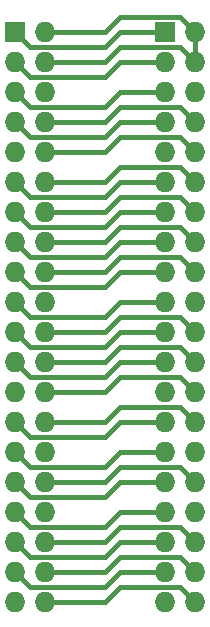
<source format=gbr>
G04 #@! TF.FileFunction,Copper,L2,Bot,Signal*
%FSLAX46Y46*%
G04 Gerber Fmt 4.6, Leading zero omitted, Abs format (unit mm)*
G04 Created by KiCad (PCBNEW 4.0.2-stable) date 10/03/2016 10:29:03 PM*
%MOMM*%
G01*
G04 APERTURE LIST*
%ADD10C,0.100000*%
%ADD11R,1.727200X1.727200*%
%ADD12O,1.727200X1.727200*%
%ADD13C,0.381000*%
G04 APERTURE END LIST*
D10*
D11*
X121920000Y-81280000D03*
D12*
X124460000Y-81280000D03*
X121920000Y-83820000D03*
X124460000Y-83820000D03*
X121920000Y-86360000D03*
X124460000Y-86360000D03*
X121920000Y-88900000D03*
X124460000Y-88900000D03*
X121920000Y-91440000D03*
X124460000Y-91440000D03*
X121920000Y-93980000D03*
X124460000Y-93980000D03*
X121920000Y-96520000D03*
X124460000Y-96520000D03*
X121920000Y-99060000D03*
X124460000Y-99060000D03*
X121920000Y-101600000D03*
X124460000Y-101600000D03*
X121920000Y-104140000D03*
X124460000Y-104140000D03*
X121920000Y-106680000D03*
X124460000Y-106680000D03*
X121920000Y-109220000D03*
X124460000Y-109220000D03*
X121920000Y-111760000D03*
X124460000Y-111760000D03*
X121920000Y-114300000D03*
X124460000Y-114300000D03*
X121920000Y-116840000D03*
X124460000Y-116840000D03*
X121920000Y-119380000D03*
X124460000Y-119380000D03*
X121920000Y-121920000D03*
X124460000Y-121920000D03*
X121920000Y-124460000D03*
X124460000Y-124460000D03*
X121920000Y-127000000D03*
X124460000Y-127000000D03*
X121920000Y-129540000D03*
X124460000Y-129540000D03*
D11*
X134620000Y-81280000D03*
D12*
X137160000Y-81280000D03*
X134620000Y-83820000D03*
X137160000Y-83820000D03*
X134620000Y-86360000D03*
X137160000Y-86360000D03*
X134620000Y-88900000D03*
X137160000Y-88900000D03*
X134620000Y-91440000D03*
X137160000Y-91440000D03*
X134620000Y-93980000D03*
X137160000Y-93980000D03*
X134620000Y-96520000D03*
X137160000Y-96520000D03*
X134620000Y-99060000D03*
X137160000Y-99060000D03*
X134620000Y-101600000D03*
X137160000Y-101600000D03*
X134620000Y-104140000D03*
X137160000Y-104140000D03*
X134620000Y-106680000D03*
X137160000Y-106680000D03*
X134620000Y-109220000D03*
X137160000Y-109220000D03*
X134620000Y-111760000D03*
X137160000Y-111760000D03*
X134620000Y-114300000D03*
X137160000Y-114300000D03*
X134620000Y-116840000D03*
X137160000Y-116840000D03*
X134620000Y-119380000D03*
X137160000Y-119380000D03*
X134620000Y-121920000D03*
X137160000Y-121920000D03*
X134620000Y-124460000D03*
X137160000Y-124460000D03*
X134620000Y-127000000D03*
X137160000Y-127000000D03*
X134620000Y-129540000D03*
X137160000Y-129540000D03*
D13*
X121920000Y-81280000D02*
X123190000Y-82550000D01*
X130810000Y-81280000D02*
X134620000Y-81280000D01*
X129540000Y-82550000D02*
X130810000Y-81280000D01*
X123190000Y-82550000D02*
X129540000Y-82550000D01*
X121920000Y-101600000D02*
X123190000Y-102870000D01*
X130810000Y-101600000D02*
X134620000Y-101600000D01*
X129540000Y-102870000D02*
X130810000Y-101600000D01*
X123190000Y-102870000D02*
X129540000Y-102870000D01*
X137160000Y-81280000D02*
X137160000Y-83820000D01*
X124460000Y-81280000D02*
X129540000Y-81280000D01*
X135890000Y-80010000D02*
X137160000Y-81280000D01*
X130810000Y-80010000D02*
X135890000Y-80010000D01*
X129540000Y-81280000D02*
X130810000Y-80010000D01*
X124460000Y-83820000D02*
X129540000Y-83820000D01*
X129540000Y-83820000D02*
X130810000Y-82550000D01*
X130810000Y-82550000D02*
X135890000Y-82550000D01*
X135890000Y-82550000D02*
X137160000Y-83820000D01*
X121920000Y-83820000D02*
X123190000Y-85090000D01*
X130810000Y-83820000D02*
X134620000Y-83820000D01*
X129540000Y-85090000D02*
X130810000Y-83820000D01*
X123190000Y-85090000D02*
X129540000Y-85090000D01*
X121920000Y-86360000D02*
X123190000Y-87630000D01*
X130810000Y-86360000D02*
X134620000Y-86360000D01*
X129540000Y-87630000D02*
X130810000Y-86360000D01*
X123190000Y-87630000D02*
X129540000Y-87630000D01*
X121920000Y-88900000D02*
X123190000Y-90170000D01*
X130810000Y-88900000D02*
X134620000Y-88900000D01*
X129540000Y-90170000D02*
X130810000Y-88900000D01*
X123190000Y-90170000D02*
X129540000Y-90170000D01*
X124460000Y-88900000D02*
X129540000Y-88900000D01*
X135890000Y-87630000D02*
X137160000Y-88900000D01*
X130810000Y-87630000D02*
X135890000Y-87630000D01*
X129540000Y-88900000D02*
X130810000Y-87630000D01*
X124460000Y-91440000D02*
X129540000Y-91440000D01*
X135890000Y-90170000D02*
X137160000Y-91440000D01*
X130810000Y-90170000D02*
X135890000Y-90170000D01*
X129540000Y-91440000D02*
X130810000Y-90170000D01*
X121920000Y-93980000D02*
X123190000Y-95250000D01*
X130810000Y-93980000D02*
X134620000Y-93980000D01*
X129540000Y-95250000D02*
X130810000Y-93980000D01*
X123190000Y-95250000D02*
X129540000Y-95250000D01*
X124460000Y-93980000D02*
X129540000Y-93980000D01*
X135890000Y-92710000D02*
X137160000Y-93980000D01*
X130810000Y-92710000D02*
X135890000Y-92710000D01*
X129540000Y-93980000D02*
X130810000Y-92710000D01*
X121920000Y-96520000D02*
X123190000Y-97790000D01*
X130810000Y-96520000D02*
X134620000Y-96520000D01*
X129540000Y-97790000D02*
X130810000Y-96520000D01*
X123190000Y-97790000D02*
X129540000Y-97790000D01*
X124460000Y-96520000D02*
X129540000Y-96520000D01*
X135890000Y-95250000D02*
X137160000Y-96520000D01*
X130810000Y-95250000D02*
X135890000Y-95250000D01*
X129540000Y-96520000D02*
X130810000Y-95250000D01*
X121920000Y-99060000D02*
X123190000Y-100330000D01*
X130810000Y-99060000D02*
X134620000Y-99060000D01*
X129540000Y-100330000D02*
X130810000Y-99060000D01*
X123190000Y-100330000D02*
X129540000Y-100330000D01*
X124460000Y-99060000D02*
X129540000Y-99060000D01*
X135890000Y-97790000D02*
X137160000Y-99060000D01*
X130810000Y-97790000D02*
X135890000Y-97790000D01*
X129540000Y-99060000D02*
X130810000Y-97790000D01*
X124460000Y-101600000D02*
X129540000Y-101600000D01*
X135890000Y-100330000D02*
X137160000Y-101600000D01*
X130810000Y-100330000D02*
X135890000Y-100330000D01*
X129540000Y-101600000D02*
X130810000Y-100330000D01*
X121920000Y-104140000D02*
X123190000Y-105410000D01*
X130810000Y-104140000D02*
X134620000Y-104140000D01*
X129540000Y-105410000D02*
X130810000Y-104140000D01*
X123190000Y-105410000D02*
X129540000Y-105410000D01*
X121920000Y-106680000D02*
X123190000Y-107950000D01*
X130810000Y-106680000D02*
X134620000Y-106680000D01*
X129540000Y-107950000D02*
X130810000Y-106680000D01*
X123190000Y-107950000D02*
X129540000Y-107950000D01*
X124460000Y-106680000D02*
X129540000Y-106680000D01*
X135890000Y-105410000D02*
X137160000Y-106680000D01*
X130810000Y-105410000D02*
X135890000Y-105410000D01*
X129540000Y-106680000D02*
X130810000Y-105410000D01*
X121920000Y-109220000D02*
X123190000Y-110490000D01*
X130810000Y-109220000D02*
X134620000Y-109220000D01*
X129540000Y-110490000D02*
X130810000Y-109220000D01*
X123190000Y-110490000D02*
X129540000Y-110490000D01*
X124460000Y-109220000D02*
X129540000Y-109220000D01*
X135890000Y-107950000D02*
X137160000Y-109220000D01*
X130810000Y-107950000D02*
X135890000Y-107950000D01*
X129540000Y-109220000D02*
X130810000Y-107950000D01*
X124460000Y-111760000D02*
X129540000Y-111760000D01*
X135890000Y-110490000D02*
X137160000Y-111760000D01*
X130810000Y-110490000D02*
X135890000Y-110490000D01*
X129540000Y-111760000D02*
X130810000Y-110490000D01*
X121920000Y-114300000D02*
X123190000Y-115570000D01*
X130810000Y-114300000D02*
X134620000Y-114300000D01*
X129540000Y-115570000D02*
X130810000Y-114300000D01*
X123190000Y-115570000D02*
X129540000Y-115570000D01*
X124460000Y-114300000D02*
X129540000Y-114300000D01*
X135890000Y-113030000D02*
X137160000Y-114300000D01*
X130810000Y-113030000D02*
X135890000Y-113030000D01*
X129540000Y-114300000D02*
X130810000Y-113030000D01*
X121920000Y-116840000D02*
X123190000Y-118110000D01*
X130810000Y-116840000D02*
X134620000Y-116840000D01*
X129540000Y-118110000D02*
X130810000Y-116840000D01*
X123190000Y-118110000D02*
X129540000Y-118110000D01*
X121920000Y-119380000D02*
X123190000Y-120650000D01*
X130810000Y-119380000D02*
X134620000Y-119380000D01*
X129540000Y-120650000D02*
X130810000Y-119380000D01*
X123190000Y-120650000D02*
X129540000Y-120650000D01*
X124460000Y-119380000D02*
X129540000Y-119380000D01*
X135890000Y-118110000D02*
X137160000Y-119380000D01*
X130810000Y-118110000D02*
X135890000Y-118110000D01*
X129540000Y-119380000D02*
X130810000Y-118110000D01*
X121920000Y-121920000D02*
X123190000Y-123190000D01*
X130810000Y-121920000D02*
X134620000Y-121920000D01*
X129540000Y-123190000D02*
X130810000Y-121920000D01*
X123190000Y-123190000D02*
X129540000Y-123190000D01*
X121920000Y-124460000D02*
X123190000Y-125730000D01*
X130810000Y-124460000D02*
X134620000Y-124460000D01*
X129540000Y-125730000D02*
X130810000Y-124460000D01*
X123190000Y-125730000D02*
X129540000Y-125730000D01*
X124460000Y-124460000D02*
X129540000Y-124460000D01*
X135890000Y-123190000D02*
X137160000Y-124460000D01*
X130810000Y-123190000D02*
X135890000Y-123190000D01*
X129540000Y-124460000D02*
X130810000Y-123190000D01*
X121920000Y-127000000D02*
X123190000Y-128270000D01*
X130810000Y-127000000D02*
X134620000Y-127000000D01*
X129540000Y-128270000D02*
X130810000Y-127000000D01*
X123190000Y-128270000D02*
X129540000Y-128270000D01*
X135890000Y-125730000D02*
X137160000Y-127000000D01*
X130810000Y-125730000D02*
X135890000Y-125730000D01*
X129540000Y-127000000D02*
X130810000Y-125730000D01*
X124460000Y-127000000D02*
X129540000Y-127000000D01*
X135890000Y-128270000D02*
X137160000Y-129540000D01*
X130810000Y-128270000D02*
X135890000Y-128270000D01*
X129540000Y-129540000D02*
X130810000Y-128270000D01*
X124460000Y-129540000D02*
X129540000Y-129540000D01*
M02*

</source>
